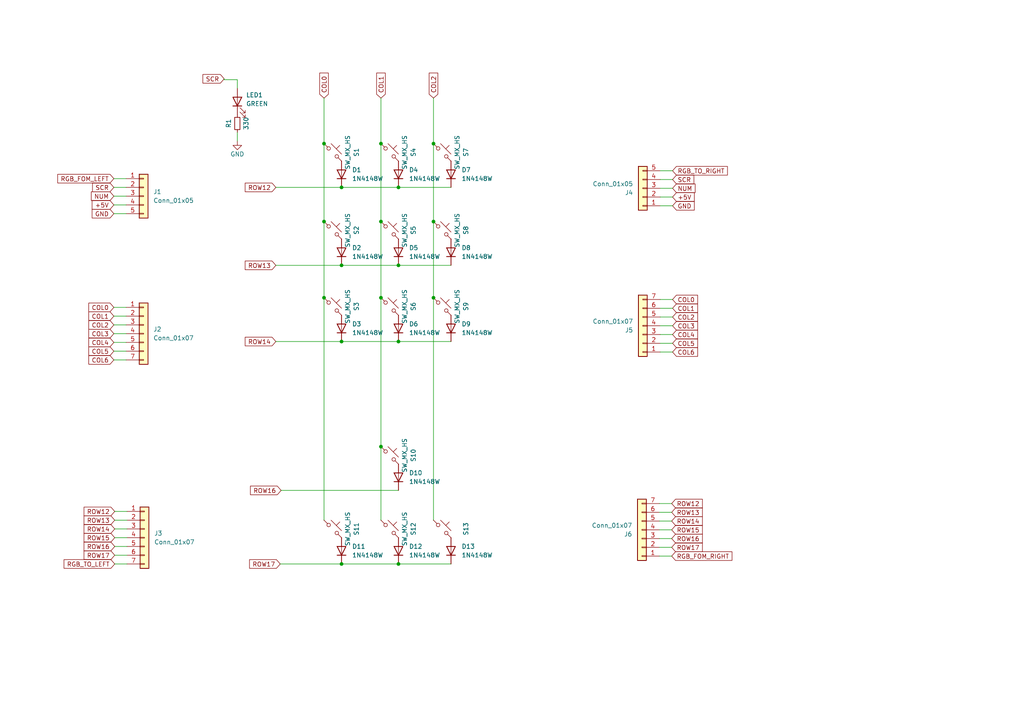
<source format=kicad_sch>
(kicad_sch (version 20250114) (generator "eeschema") (generator_version "9.0")
  (paper "A4")
  (lib_symbols
    (symbol "Connector_Generic:Conn_01x05" (pin_names (offset 1.016) (hide yes))
      (property "Reference" "J" (at 0 7.62 0))
      (property "Value" "Conn_01x05" (at 0 -7.62 0))
      (symbol "Conn_01x05_1_1"
        (rectangle (start -1.27 6.35) (end 1.27 -6.35) (stroke (width 0.254)) (fill (type background)))
        (rectangle (start -1.27 5.207) (end 0 4.953) (stroke (width 0.1524)))
        (rectangle (start -1.27 2.667) (end 0 2.413) (stroke (width 0.1524)))
        (rectangle (start -1.27 0.127) (end 0 -0.127) (stroke (width 0.1524)))
        (rectangle (start -1.27 -2.413) (end 0 -2.667) (stroke (width 0.1524)))
        (rectangle (start -1.27 -4.953) (end 0 -5.207) (stroke (width 0.1524)))
        (pin passive line (at -5.08 5.08 0) (length 3.81) (name "Pin_1") (number "1"))
        (pin passive line (at -5.08 2.54 0) (length 3.81) (name "Pin_2") (number "2"))
        (pin passive line (at -5.08 0 0) (length 3.81) (name "Pin_3") (number "3"))
        (pin passive line (at -5.08 -2.54 0) (length 3.81) (name "Pin_4") (number "4"))
        (pin passive line (at -5.08 -5.08 0) (length 3.81) (name "Pin_5") (number "5"))
      )
    )
    (symbol "Connector_Generic:Conn_01x07" (pin_names (offset 1.016) (hide yes))
      (property "Reference" "J" (at 0 10.16 0))
      (property "Value" "Conn_01x07" (at 0 -10.16 0))
      (symbol "Conn_01x07_1_1"
        (rectangle (start -1.27 8.89) (end 1.27 -8.89) (stroke (width 0.254)) (fill (type background)))
        (rectangle (start -1.27 7.747) (end 0 7.493) (stroke (width 0.1524)))
        (rectangle (start -1.27 5.207) (end 0 4.953) (stroke (width 0.1524)))
        (rectangle (start -1.27 2.667) (end 0 2.413) (stroke (width 0.1524)))
        (rectangle (start -1.27 0.127) (end 0 -0.127) (stroke (width 0.1524)))
        (rectangle (start -1.27 -2.413) (end 0 -2.667) (stroke (width 0.1524)))
        (rectangle (start -1.27 -4.953) (end 0 -5.207) (stroke (width 0.1524)))
        (rectangle (start -1.27 -7.493) (end 0 -7.747) (stroke (width 0.1524)))
        (pin passive line (at -5.08 7.62 0) (length 3.81) (name "Pin_1") (number "1"))
        (pin passive line (at -5.08 5.08 0) (length 3.81) (name "Pin_2") (number "2"))
        (pin passive line (at -5.08 2.54 0) (length 3.81) (name "Pin_3") (number "3"))
        (pin passive line (at -5.08 0 0) (length 3.81) (name "Pin_4") (number "4"))
        (pin passive line (at -5.08 -2.54 0) (length 3.81) (name "Pin_5") (number "5"))
        (pin passive line (at -5.08 -5.08 0) (length 3.81) (name "Pin_6") (number "6"))
        (pin passive line (at -5.08 -7.62 0) (length 3.81) (name "Pin_7") (number "7"))
      )
    )
    (symbol "Device:D" (pin_numbers (hide yes)) (pin_names (offset 1.016) (hide yes))
      (property "Reference" "D" (at 0 2.54 0))
      (property "Value" "1N4148W" (at 0 -2.54 0))
      (symbol "D_0_1"
        (polyline (pts (xy -1.27 1.27) (xy -1.27 -1.27)) (stroke (width 0.254)))
        (polyline (pts (xy 1.27 1.27) (xy 1.27 -1.27) (xy -1.27 0) (xy 1.27 1.27)) (stroke (width 0.254)))
        (polyline (pts (xy 1.27 0) (xy -1.27 0)))
      )
      (symbol "D_1_1"
        (pin passive line (at -3.81 0 0) (length 2.54) (name "K") (number "1"))
        (pin passive line (at 3.81 0 180) (length 2.54) (name "A") (number "2"))
      )
    )
    (symbol "Device:LED" (pin_numbers (hide yes)) (pin_names (offset 1.016) (hide yes))
      (property "Reference" "D" (at 0 2.54 0))
      (property "Value" "LED" (at 0 -2.54 0))
      (symbol "LED_0_1"
        (polyline (pts (xy -3.048 -0.762) (xy -4.572 -2.286) (xy -3.81 -2.286) (xy -4.572 -2.286) (xy -4.572 -1.524)))
        (polyline (pts (xy -1.778 -0.762) (xy -3.302 -2.286) (xy -2.54 -2.286) (xy -3.302 -2.286) (xy -3.302 -1.524)))
        (polyline (pts (xy -1.27 0) (xy 1.27 0)))
        (polyline (pts (xy -1.27 -1.27) (xy -1.27 1.27)) (stroke (width 0.254)))
        (polyline (pts (xy 1.27 -1.27) (xy 1.27 1.27) (xy -1.27 0) (xy 1.27 -1.27)) (stroke (width 0.254)))
      )
      (symbol "LED_1_1"
        (pin passive line (at -3.81 0 0) (length 2.54) (name "K") (number "1"))
        (pin passive line (at 3.81 0 180) (length 2.54) (name "A") (number "2"))
      )
    )
    (symbol "Device:R_Small" (pin_numbers (hide yes)) (pin_names (offset 0.254) (hide yes))
      (property "Reference" "R" (at 0.762 0.508 0))
      (property "Value" "R_Small" (at 0.762 -1.016 0))
      (symbol "R_Small_0_1"
        (rectangle (start -0.762 1.778) (end 0.762 -1.778) (stroke (width 0.2032)))
      )
      (symbol "R_Small_1_1"
        (pin passive line (at 0 2.54 270) (length 0.762) (name "~") (number "1"))
        (pin passive line (at 0 -2.54 90) (length 0.762) (name "~") (number "2"))
      )
    )
    (symbol "TB2086_KEYSWITCH:SW_MX_HS" (pin_numbers (hide yes)) (pin_names (offset 1.016) (hide yes))
      (property "Reference" "MX" (at 3.048 1.016 0))
      (property "Value" "SW_MX_HS" (at 0 -3.81 0))
      (symbol "SW_MX_HS_0_1"
        (polyline (pts (xy -2.54 2.54) (xy -1.524 1.524) (xy -1.524 1.524)))
        (circle (center -1.1684 1.1684) (radius 0.508))
        (polyline (pts (xy -0.508 2.54) (xy 2.54 -0.508)))
        (polyline (pts (xy 1.016 1.016) (xy 2.032 2.032)))
        (circle (center 1.143 -1.1938) (radius 0.508))
        (polyline (pts (xy 1.524 -1.524) (xy 2.54 -2.54) (xy 2.54 -2.54) (xy 2.54 -2.54)))
        (pin passive line (at -2.54 2.54 0) (length 0) (name "1") (number "1"))
        (pin passive line (at 2.54 -2.54 180) (length 0) (name "2") (number "2"))
      )
    )
    (symbol "power:GND" (power) (pin_names (offset 0))
      (property "Value" "GND" (at 0 -3.81 0))
      (symbol "GND_0_1"
        (polyline (pts (xy 0 0) (xy 0 -1.27) (xy 1.27 -1.27) (xy 0 -2.54) (xy -1.27 -1.27) (xy 0 -1.27)))
      )
      (symbol "GND_1_1"
        (pin power_in line (at 0 0 270) (length 0) (hide yes) (name "GND") (number "1"))
      )
    )
  )
  (junction (at 99.06 163.576))
  (junction (at 110.49 86.36))
  (junction (at 99.06 99.06))
  (junction (at 93.98 86.36))
  (junction (at 125.73 64.262))
  (junction (at 93.98 41.656))
  (junction (at 93.98 64.262))
  (junction (at 99.06 54.356))
  (junction (at 115.57 76.962))
  (junction (at 99.06 76.962))
  (junction (at 125.73 41.656))
  (junction (at 110.49 64.262))
  (junction (at 125.73 86.36))
  (junction (at 115.57 163.576))
  (junction (at 115.57 54.356))
  (junction (at 115.57 99.06))
  (junction (at 110.49 41.656))
  (junction (at 110.49 129.54))
  (wire (pts (xy 115.57 54.356) (xy 130.81 54.356)))
  (wire (pts (xy 115.57 76.962) (xy 130.81 76.962)))
  (wire (pts (xy 93.98 28.448) (xy 93.98 41.656)))
  (wire (pts (xy 81.28 163.576) (xy 99.06 163.576)))
  (wire (pts (xy 80.01 54.356) (xy 99.06 54.356)))
  (wire (pts (xy 33.274 161.036) (xy 36.83 161.036)))
  (wire (pts (xy 194.818 153.67) (xy 191.262 153.67)))
  (wire (pts (xy 65.024 23.114) (xy 68.834 23.114)))
  (wire (pts (xy 195.072 59.69) (xy 191.516 59.69)))
  (wire (pts (xy 195.072 102.108) (xy 191.516 102.108)))
  (wire (pts (xy 110.49 64.262) (xy 110.49 86.36)))
  (wire (pts (xy 33.274 158.496) (xy 36.83 158.496)))
  (wire (pts (xy 99.06 163.576) (xy 115.57 163.576)))
  (wire (pts (xy 194.818 158.75) (xy 191.262 158.75)))
  (wire (pts (xy 93.98 41.656) (xy 93.98 64.262)))
  (wire (pts (xy 125.73 41.656) (xy 125.73 64.262)))
  (wire (pts (xy 65.024 22.86) (xy 65.024 23.114)))
  (wire (pts (xy 195.072 49.53) (xy 191.516 49.53)))
  (wire (pts (xy 33.02 61.976) (xy 36.576 61.976)))
  (wire (pts (xy 99.06 99.06) (xy 115.57 99.06)))
  (wire (pts (xy 33.274 163.576) (xy 36.83 163.576)))
  (wire (pts (xy 125.73 64.262) (xy 125.73 86.36)))
  (wire (pts (xy 195.072 97.028) (xy 191.516 97.028)))
  (wire (pts (xy 115.57 99.06) (xy 130.81 99.06)))
  (wire (pts (xy 99.06 54.356) (xy 115.57 54.356)))
  (wire (pts (xy 195.072 86.868) (xy 191.516 86.868)))
  (wire (pts (xy 33.274 153.416) (xy 36.83 153.416)))
  (wire (pts (xy 195.072 91.948) (xy 191.516 91.948)))
  (wire (pts (xy 33.02 89.154) (xy 36.576 89.154)))
  (wire (pts (xy 80.01 76.962) (xy 99.06 76.962)))
  (wire (pts (xy 33.02 104.394) (xy 36.576 104.394)))
  (wire (pts (xy 110.49 28.448) (xy 110.49 41.656)))
  (wire (pts (xy 33.02 99.314) (xy 36.576 99.314)))
  (wire (pts (xy 33.02 96.774) (xy 36.576 96.774)))
  (wire (pts (xy 81.534 142.24) (xy 115.57 142.24)))
  (wire (pts (xy 194.818 156.21) (xy 191.262 156.21)))
  (wire (pts (xy 194.818 161.29) (xy 191.262 161.29)))
  (wire (pts (xy 194.818 151.13) (xy 191.262 151.13)))
  (wire (pts (xy 110.49 41.656) (xy 110.49 64.262)))
  (wire (pts (xy 195.072 57.15) (xy 191.516 57.15)))
  (wire (pts (xy 115.57 163.576) (xy 130.81 163.576)))
  (wire (pts (xy 93.98 64.262) (xy 93.98 86.36)))
  (wire (pts (xy 194.818 146.05) (xy 191.262 146.05)))
  (wire (pts (xy 93.98 86.36) (xy 93.98 150.876)))
  (wire (pts (xy 68.834 23.114) (xy 68.834 25.654)))
  (wire (pts (xy 33.02 51.816) (xy 36.576 51.816)))
  (wire (pts (xy 33.274 155.956) (xy 36.83 155.956)))
  (wire (pts (xy 195.072 99.568) (xy 191.516 99.568)))
  (wire (pts (xy 195.072 89.408) (xy 191.516 89.408)))
  (wire (pts (xy 33.02 101.854) (xy 36.576 101.854)))
  (wire (pts (xy 33.02 59.436) (xy 36.576 59.436)))
  (wire (pts (xy 125.73 86.36) (xy 125.73 150.876)))
  (wire (pts (xy 195.072 52.07) (xy 191.516 52.07)))
  (wire (pts (xy 33.02 94.234) (xy 36.576 94.234)))
  (wire (pts (xy 195.072 94.488) (xy 191.516 94.488)))
  (wire (pts (xy 99.06 76.962) (xy 115.57 76.962)))
  (wire (pts (xy 195.072 54.61) (xy 191.516 54.61)))
  (wire (pts (xy 110.49 86.36) (xy 110.49 129.54)))
  (wire (pts (xy 110.49 129.54) (xy 110.49 150.876)))
  (wire (pts (xy 125.73 28.448) (xy 125.73 41.656)))
  (wire (pts (xy 33.274 148.336) (xy 36.83 148.336)))
  (wire (pts (xy 33.02 54.356) (xy 36.576 54.356)))
  (wire (pts (xy 33.02 91.694) (xy 36.576 91.694)))
  (wire (pts (xy 80.01 99.06) (xy 99.06 99.06)))
  (wire (pts (xy 33.02 56.896) (xy 36.576 56.896)))
  (wire (pts (xy 68.834 40.894) (xy 68.834 38.354)))
  (wire (pts (xy 194.818 148.59) (xy 191.262 148.59)))
  (wire (pts (xy 33.274 150.876) (xy 36.83 150.876)))
  (global_label "NUM" (shape input) (at 195.072 54.61 0) (property "Intersheetrefs" "${INTERSHEET_REFS}" (effects (hide yes))))
  (global_label "COL3" (shape input) (at 195.072 94.488 0) (property "Intersheetrefs" "${INTERSHEET_REFS}" (effects (hide yes))))
  (global_label "ROW16" (shape input) (at 194.818 156.21 0) (property "Intersheetrefs" "${INTERSHEET_REFS}" (effects (hide yes))))
  (global_label "COL5" (shape input) (at 33.02 101.854 180) (property "Intersheetrefs" "${INTERSHEET_REFS}" (effects (hide yes))))
  (global_label "ROW12" (shape input) (at 194.818 146.05 0) (property "Intersheetrefs" "${INTERSHEET_REFS}" (effects (hide yes))))
  (global_label "RGB_FOM_RIGHT" (shape input) (at 194.818 161.29 0) (property "Intersheetrefs" "${INTERSHEET_REFS}" (effects (hide yes))))
  (global_label "SCR" (shape input) (at 65.024 22.86 180) (property "Intersheetrefs" "${INTERSHEET_REFS}" (effects (hide yes))))
  (global_label "ROW14" (shape input) (at 33.274 153.416 180) (property "Intersheetrefs" "${INTERSHEET_REFS}" (effects (hide yes))))
  (global_label "ROW13" (shape input) (at 80.01 76.962 180) (property "Intersheetrefs" "${INTERSHEET_REFS}" (effects (hide yes))))
  (global_label "COL1" (shape input) (at 110.49 28.448 90) (property "Intersheetrefs" "${INTERSHEET_REFS}" (effects (hide yes))))
  (global_label "ROW17" (shape input) (at 81.28 163.576 180) (property "Intersheetrefs" "${INTERSHEET_REFS}" (effects (hide yes))))
  (global_label "COL2" (shape input) (at 195.072 91.948 0) (property "Intersheetrefs" "${INTERSHEET_REFS}" (effects (hide yes))))
  (global_label "COL3" (shape input) (at 33.02 96.774 180) (property "Intersheetrefs" "${INTERSHEET_REFS}" (effects (hide yes))))
  (global_label "COL0" (shape input) (at 33.02 89.154 180) (property "Intersheetrefs" "${INTERSHEET_REFS}" (effects (hide yes))))
  (global_label "SCR" (shape input) (at 195.072 52.07 0) (property "Intersheetrefs" "${INTERSHEET_REFS}" (effects (hide yes))))
  (global_label "NUM" (shape input) (at 33.02 56.896 180) (property "Intersheetrefs" "${INTERSHEET_REFS}" (effects (hide yes))))
  (global_label "ROW13" (shape input) (at 33.274 150.876 180) (property "Intersheetrefs" "${INTERSHEET_REFS}" (effects (hide yes))))
  (global_label "COL0" (shape input) (at 195.072 86.868 0) (property "Intersheetrefs" "${INTERSHEET_REFS}" (effects (hide yes))))
  (global_label "ROW14" (shape input) (at 194.818 151.13 0) (property "Intersheetrefs" "${INTERSHEET_REFS}" (effects (hide yes))))
  (global_label "RGB_FOM_LEFT" (shape input) (at 33.02 51.816 180) (property "Intersheetrefs" "${INTERSHEET_REFS}" (effects (hide yes))))
  (global_label "+5V" (shape input) (at 33.02 59.436 180) (property "Intersheetrefs" "${INTERSHEET_REFS}" (effects (hide yes))))
  (global_label "GND" (shape input) (at 33.02 61.976 180) (property "Intersheetrefs" "${INTERSHEET_REFS}" (effects (hide yes))))
  (global_label "COL6" (shape input) (at 33.02 104.394 180) (property "Intersheetrefs" "${INTERSHEET_REFS}" (effects (hide yes))))
  (global_label "ROW16" (shape input) (at 33.274 158.496 180) (property "Intersheetrefs" "${INTERSHEET_REFS}" (effects (hide yes))))
  (global_label "COL2" (shape input) (at 33.02 94.234 180) (property "Intersheetrefs" "${INTERSHEET_REFS}" (effects (hide yes))))
  (global_label "ROW17" (shape input) (at 33.274 161.036 180) (property "Intersheetrefs" "${INTERSHEET_REFS}" (effects (hide yes))))
  (global_label "COL0" (shape input) (at 93.98 28.448 90) (property "Intersheetrefs" "${INTERSHEET_REFS}" (effects (hide yes))))
  (global_label "RGB_TO_RIGHT" (shape input) (at 195.072 49.53 0) (property "Intersheetrefs" "${INTERSHEET_REFS}" (effects (hide yes))))
  (global_label "COL1" (shape input) (at 195.072 89.408 0) (property "Intersheetrefs" "${INTERSHEET_REFS}" (effects (hide yes))))
  (global_label "ROW15" (shape input) (at 194.818 153.67 0) (property "Intersheetrefs" "${INTERSHEET_REFS}" (effects (hide yes))))
  (global_label "ROW17" (shape input) (at 194.818 158.75 0) (property "Intersheetrefs" "${INTERSHEET_REFS}" (effects (hide yes))))
  (global_label "COL1" (shape input) (at 33.02 91.694 180) (property "Intersheetrefs" "${INTERSHEET_REFS}" (effects (hide yes))))
  (global_label "ROW12" (shape input) (at 33.274 148.336 180) (property "Intersheetrefs" "${INTERSHEET_REFS}" (effects (hide yes))))
  (global_label "RGB_TO_LEFT" (shape input) (at 33.274 163.576 180) (property "Intersheetrefs" "${INTERSHEET_REFS}" (effects (hide yes))))
  (global_label "COL2" (shape input) (at 125.73 28.448 90) (property "Intersheetrefs" "${INTERSHEET_REFS}" (effects (hide yes))))
  (global_label "COL5" (shape input) (at 195.072 99.568 0) (property "Intersheetrefs" "${INTERSHEET_REFS}" (effects (hide yes))))
  (global_label "COL4" (shape input) (at 195.072 97.028 0) (property "Intersheetrefs" "${INTERSHEET_REFS}" (effects (hide yes))))
  (global_label "COL6" (shape input) (at 195.072 102.108 0) (property "Intersheetrefs" "${INTERSHEET_REFS}" (effects (hide yes))))
  (global_label "ROW14" (shape input) (at 80.01 99.06 180) (property "Intersheetrefs" "${INTERSHEET_REFS}" (effects (hide yes))))
  (global_label "SCR" (shape input) (at 33.02 54.356 180) (property "Intersheetrefs" "${INTERSHEET_REFS}" (effects (hide yes))))
  (global_label "ROW12" (shape input) (at 80.01 54.356 180) (property "Intersheetrefs" "${INTERSHEET_REFS}" (effects (hide yes))))
  (global_label "ROW15" (shape input) (at 33.274 155.956 180) (property "Intersheetrefs" "${INTERSHEET_REFS}" (effects (hide yes))))
  (global_label "ROW16" (shape input) (at 81.534 142.24 180) (property "Intersheetrefs" "${INTERSHEET_REFS}" (effects (hide yes))))
  (global_label "GND" (shape input) (at 195.072 59.69 0) (property "Intersheetrefs" "${INTERSHEET_REFS}" (effects (hide yes))))
  (global_label "+5V" (shape input) (at 195.072 57.15 0) (property "Intersheetrefs" "${INTERSHEET_REFS}" (effects (hide yes))))
  (global_label "COL4" (shape input) (at 33.02 99.314 180) (property "Intersheetrefs" "${INTERSHEET_REFS}" (effects (hide yes))))
  (global_label "ROW13" (shape input) (at 194.818 148.59 0) (property "Intersheetrefs" "${INTERSHEET_REFS}" (effects (hide yes))))
  (symbol (lib_id "TB2086_KEYSWITCH:SW_MX_HS") (at 128.27 44.196 270) (mirror x) (unit 1)
    (property "Reference" "S7" (at 135.128 44.196 0))
    (property "Value" "SW_MX_HS" (at 132.588 44.196 0))
    (property "Footprint" "TB2086_KEYSWITCH:SW_MX_HS_1u" (effects (hide yes)))
    (property "LCSC" "C9900021274" (effects (hide yes)))
  )
  (symbol (lib_id "Connector_Generic:Conn_01x05") (at 41.656 56.896 0) (unit 1)
    (property "Reference" "J1" (at 44.45 55.6259 0) (effects (justify left)))
    (property "Value" "Conn_01x05" (at 44.45 58.1659 0) (effects (justify left)))
    (property "Footprint" "TB2086_MISC:Pogopin_1x05_P2.54mm_Curved" (effects (hide yes)))
    (property "Description" "Generic connector, single row, 01x05, script generated (kicad-library-utils/schlib/autogen/connector/)" (effects (hide yes)))
  )
  (symbol (lib_id "TB2086_KEYSWITCH:SW_MX_HS") (at 96.52 44.196 270) (mirror x) (unit 1)
    (property "Reference" "S1" (at 103.378 44.196 0))
    (property "Value" "SW_MX_HS" (at 100.838 44.196 0))
    (property "Footprint" "TB2086_KEYSWITCH:SW_MX_HS_1u" (effects (hide yes)))
    (property "LCSC" "C9900021274" (effects (hide yes)))
  )
  (symbol (lib_id "TB2086_KEYSWITCH:SW_MX_HS") (at 128.27 88.9 270) (mirror x) (unit 1)
    (property "Reference" "S9" (at 135.128 88.9 0))
    (property "Value" "SW_MX_HS" (at 132.588 88.9 0))
    (property "Footprint" "TB2086_KEYSWITCH:SW_MX_HS_1u" (effects (hide yes)))
    (property "LCSC" "C9900021274" (effects (hide yes)))
  )
  (symbol (lib_id "TB2086_KEYSWITCH:SW_MX_HS") (at 113.03 153.416 270) (mirror x) (unit 1)
    (property "Reference" "S12" (at 119.888 153.416 0))
    (property "Value" "SW_MX_HS" (at 117.348 153.416 0))
    (property "Footprint" "TB2086_KEYSWITCH:SW_MX_HS_1u" (effects (hide yes)))
    (property "LCSC" "C9900021274" (effects (hide yes)))
  )
  (symbol (lib_id "Device:D") (at 130.81 95.25 90) (unit 1)
    (property "Reference" "D9" (at 133.858 93.9799 90) (effects (justify right)))
    (property "Value" "1N4148W" (at 133.858 96.5199 90) (effects (justify right)))
    (property "Footprint" "TB2086_SMD:D3_SMD" (effects (hide yes)))
    (property "LCSC" "C7420318" (effects (hide yes)))
  )
  (symbol (lib_id "TB2086_KEYSWITCH:SW_MX_HS") (at 128.27 153.416 270) (mirror x) (unit 1)
    (property "Reference" "S13" (at 135.128 153.416 0))
    (property "Value" "SW_MX_HS_1u" (effects (hide yes)))
    (property "Footprint" "TB2086_KEYSWITCH:SW_MX_HS_1u" (effects (hide yes)))
    (property "LCSC" "C9900021274" (effects (hide yes)))
  )
  (symbol (lib_id "Connector_Generic:Conn_01x07") (at 41.656 96.774 0) (unit 1)
    (property "Reference" "J2" (at 44.45 95.5039 0) (effects (justify left)))
    (property "Value" "Conn_01x07" (at 44.45 98.0439 0) (effects (justify left)))
    (property "Footprint" "TB2086_MISC:Pogopin_1x07_P2.54mm_Curved" (effects (hide yes)))
    (property "Description" "Generic connector, single row, 01x07, script generated (kicad-library-utils/schlib/autogen/connector/)" (effects (hide yes)))
  )
  (symbol (lib_id "TB2086_KEYSWITCH:SW_MX_HS") (at 113.03 88.9 270) (mirror x) (unit 1)
    (property "Reference" "S6" (at 119.888 88.9 0))
    (property "Value" "SW_MX_HS" (at 117.348 88.9 0))
    (property "Footprint" "TB2086_KEYSWITCH:SW_MX_HS_1u" (effects (hide yes)))
    (property "LCSC" "C9900021274" (effects (hide yes)))
  )
  (symbol (lib_id "Device:D") (at 130.81 159.766 90) (unit 1)
    (property "Reference" "D13" (at 133.858 158.4959 90) (effects (justify right)))
    (property "Value" "1N4148W" (at 133.858 161.0359 90) (effects (justify right)))
    (property "Footprint" "TB2086_SMD:D3_SMD" (effects (hide yes)))
    (property "LCSC" "C7420318" (effects (hide yes)))
  )
  (symbol (lib_id "Device:R_Small") (at 68.834 35.814 180) (unit 1)
    (property "Reference" "R1" (at 66.294 35.814 90))
    (property "Value" "330" (at 71.374 35.814 90))
    (property "Footprint" "Resistor_SMD:R_0603_1608Metric" (effects (hide yes)))
    (property "LCSC" "C23138" (effects (hide yes)))
  )
  (symbol (lib_id "Connector_Generic:Conn_01x07") (at 41.91 155.956 0) (unit 1)
    (property "Reference" "J3" (at 44.704 154.6859 0) (effects (justify left)))
    (property "Value" "Conn_01x07" (at 44.704 157.2259 0) (effects (justify left)))
    (property "Footprint" "TB2086_MISC:Pogopin_1x07_P2.54mm_Curved" (effects (hide yes)))
    (property "Description" "Generic connector, single row, 01x07, script generated (kicad-library-utils/schlib/autogen/connector/)" (effects (hide yes)))
  )
  (symbol (lib_id "Device:D") (at 130.81 50.546 90) (unit 1)
    (property "Reference" "D7" (at 133.858 49.2759 90) (effects (justify right)))
    (property "Value" "1N4148W" (at 133.858 51.8159 90) (effects (justify right)))
    (property "Footprint" "TB2086_SMD:D3_SMD" (effects (hide yes)))
    (property "LCSC" "C7420318" (effects (hide yes)))
  )
  (symbol (lib_id "TB2086_KEYSWITCH:SW_MX_HS") (at 96.52 153.416 270) (mirror x) (unit 1)
    (property "Reference" "S11" (at 103.378 153.416 0))
    (property "Value" "SW_MX_HS" (at 100.838 153.416 0))
    (property "Footprint" "TB2086_KEYSWITCH:SW_MX_HS_1u" (effects (hide yes)))
    (property "LCSC" "C9900021274" (effects (hide yes)))
  )
  (symbol (lib_id "Device:D") (at 99.06 95.25 90) (unit 1)
    (property "Reference" "D3" (at 102.108 93.9799 90) (effects (justify right)))
    (property "Value" "1N4148W" (at 102.108 96.5199 90) (effects (justify right)))
    (property "Footprint" "TB2086_SMD:D3_SMD" (effects (hide yes)))
    (property "LCSC" "C7420318" (effects (hide yes)))
  )
  (symbol (lib_id "Device:D") (at 115.57 73.152 90) (unit 1)
    (property "Reference" "D5" (at 118.618 71.8819 90) (effects (justify right)))
    (property "Value" "1N4148W" (at 118.618 74.4219 90) (effects (justify right)))
    (property "Footprint" "TB2086_SMD:D3_SMD" (effects (hide yes)))
    (property "LCSC" "C7420318" (effects (hide yes)))
  )
  (symbol (lib_id "TB2086_KEYSWITCH:SW_MX_HS") (at 113.03 44.196 270) (mirror x) (unit 1)
    (property "Reference" "S4" (at 119.888 44.196 0))
    (property "Value" "SW_MX_HS" (at 117.348 44.196 0))
    (property "Footprint" "TB2086_KEYSWITCH:SW_MX_HS_1u" (effects (hide yes)))
    (property "LCSC" "C9900021274" (effects (hide yes)))
  )
  (symbol (lib_id "Device:D") (at 99.06 50.546 90) (unit 1)
    (property "Reference" "D1" (at 102.108 49.2759 90) (effects (justify right)))
    (property "Value" "1N4148W" (at 102.108 51.8159 90) (effects (justify right)))
    (property "Footprint" "TB2086_SMD:D3_SMD" (effects (hide yes)))
    (property "LCSC" "C7420318" (effects (hide yes)))
  )
  (symbol (lib_id "Connector_Generic:Conn_01x07") (at 186.182 153.67 180) (unit 1)
    (property "Reference" "J6" (at 183.388 154.9401 0) (effects (justify left)))
    (property "Value" "Conn_01x07" (at 183.388 152.4001 0) (effects (justify left)))
    (property "Footprint" "TB2086_MISC:Pogopin_1x07_P2.54mm_Curved" (effects (hide yes)))
    (property "Description" "Generic connector, single row, 01x07, script generated (kicad-library-utils/schlib/autogen/connector/)" (effects (hide yes)))
  )
  (symbol (lib_id "TB2086_KEYSWITCH:SW_MX_HS") (at 128.27 66.802 270) (mirror x) (unit 1)
    (property "Reference" "S8" (at 135.128 66.802 0))
    (property "Value" "SW_MX_HS" (at 132.588 66.802 0))
    (property "Footprint" "TB2086_KEYSWITCH:SW_MX_HS_1u" (effects (hide yes)))
    (property "LCSC" "C9900021274" (effects (hide yes)))
  )
  (symbol (lib_id "Connector_Generic:Conn_01x07") (at 186.436 94.488 180) (unit 1)
    (property "Reference" "J5" (at 183.642 95.7581 0) (effects (justify left)))
    (property "Value" "Conn_01x07" (at 183.642 93.2181 0) (effects (justify left)))
    (property "Footprint" "TB2086_MISC:Pogopin_1x07_P2.54mm_Curved" (effects (hide yes)))
    (property "Description" "Generic connector, single row, 01x07, script generated (kicad-library-utils/schlib/autogen/connector/)" (effects (hide yes)))
  )
  (symbol (lib_id "Device:D") (at 130.81 73.152 90) (unit 1)
    (property "Reference" "D8" (at 133.858 71.8819 90) (effects (justify right)))
    (property "Value" "1N4148W" (at 133.858 74.4219 90) (effects (justify right)))
    (property "Footprint" "TB2086_SMD:D3_SMD" (effects (hide yes)))
    (property "LCSC" "C7420318" (effects (hide yes)))
  )
  (symbol (lib_id "TB2086_KEYSWITCH:SW_MX_HS") (at 96.52 66.802 270) (mirror x) (unit 1)
    (property "Reference" "S2" (at 103.378 66.802 0))
    (property "Value" "SW_MX_HS" (at 100.838 66.802 0))
    (property "Footprint" "TB2086_KEYSWITCH:SW_MX_HS_1u" (effects (hide yes)))
    (property "LCSC" "C9900021274" (effects (hide yes)))
  )
  (symbol (lib_id "TB2086_KEYSWITCH:SW_MX_HS") (at 113.03 132.08 270) (mirror x) (unit 1)
    (property "Reference" "S10" (at 119.888 132.08 0))
    (property "Value" "SW_MX_HS" (at 117.348 132.08 0))
    (property "Footprint" "TB2086_KEYSWITCH:SW_MX_HS_1u" (effects (hide yes)))
    (property "LCSC" "C9900021274" (effects (hide yes)))
  )
  (symbol (lib_id "Device:LED") (at 68.834 29.464 90) (unit 1)
    (property "Reference" "LED1" (at 71.374 27.559 90) (effects (justify right)))
    (property "Value" "GREEN" (at 71.374 30.099 90) (effects (justify right)))
    (property "Footprint" "LED_SMD:LED_0603_1608Metric_Pad1.05x0.95mm_HandSolder" (effects (hide yes)))
    (property "LCSC" "C84264" (effects (hide yes)))
  )
  (symbol (lib_id "Device:D") (at 99.06 159.766 90) (unit 1)
    (property "Reference" "D11" (at 102.108 158.4959 90) (effects (justify right)))
    (property "Value" "1N4148W" (at 102.108 161.0359 90) (effects (justify right)))
    (property "Footprint" "TB2086_SMD:D3_SMD" (effects (hide yes)))
    (property "LCSC" "C7420318" (effects (hide yes)))
  )
  (symbol (lib_id "TB2086_KEYSWITCH:SW_MX_HS") (at 96.52 88.9 270) (mirror x) (unit 1)
    (property "Reference" "S3" (at 103.378 88.9 0))
    (property "Value" "SW_MX_HS" (at 100.838 88.9 0))
    (property "Footprint" "TB2086_KEYSWITCH:SW_MX_HS_1u" (effects (hide yes)))
    (property "LCSC" "C9900021274" (effects (hide yes)))
  )
  (symbol (lib_id "Device:D") (at 115.57 95.25 90) (unit 1)
    (property "Reference" "D6" (at 118.618 93.9799 90) (effects (justify right)))
    (property "Value" "1N4148W" (at 118.618 96.5199 90) (effects (justify right)))
    (property "Footprint" "TB2086_SMD:D3_SMD" (effects (hide yes)))
    (property "LCSC" "C7420318" (effects (hide yes)))
  )
  (symbol (lib_id "Device:D") (at 115.57 159.766 90) (unit 1)
    (property "Reference" "D12" (at 118.618 158.4959 90) (effects (justify right)))
    (property "Value" "1N4148W" (at 118.618 161.0359 90) (effects (justify right)))
    (property "Footprint" "TB2086_SMD:D3_SMD" (effects (hide yes)))
    (property "LCSC" "C7420318" (effects (hide yes)))
  )
  (symbol (lib_id "Connector_Generic:Conn_01x05") (at 186.436 54.61 180) (unit 1)
    (property "Reference" "J4" (at 183.642 55.8801 0) (effects (justify left)))
    (property "Value" "Conn_01x05" (at 183.642 53.3401 0) (effects (justify left)))
    (property "Footprint" "TB2086_MISC:Pogopin_1x05_P2.54mm_Curved" (effects (hide yes)))
    (property "Description" "Generic connector, single row, 01x05, script generated (kicad-library-utils/schlib/autogen/connector/)" (effects (hide yes)))
  )
  (symbol (lib_id "Device:D") (at 99.06 73.152 90) (unit 1)
    (property "Reference" "D2" (at 102.108 71.8819 90) (effects (justify right)))
    (property "Value" "1N4148W" (at 102.108 74.4219 90) (effects (justify right)))
    (property "Footprint" "TB2086_SMD:D3_SMD" (effects (hide yes)))
    (property "LCSC" "C7420318" (effects (hide yes)))
  )
  (symbol (lib_id "TB2086_KEYSWITCH:SW_MX_HS") (at 113.03 66.802 270) (mirror x) (unit 1)
    (property "Reference" "S5" (at 119.888 66.802 0))
    (property "Value" "SW_MX_HS" (at 117.348 66.802 0))
    (property "Footprint" "TB2086_KEYSWITCH:SW_MX_HS_1u" (effects (hide yes)))
    (property "LCSC" "C9900021274" (effects (hide yes)))
  )
  (symbol (lib_id "power:GND") (at 68.834 40.894 0) (unit 1)
    (property "Reference" "#PWR029" (effects (hide yes)))
    (property "Value" "GND" (at 68.834 44.704 0))
  )
  (symbol (lib_id "Device:D") (at 115.57 138.43 90) (unit 1)
    (property "Reference" "D10" (at 118.618 137.1599 90) (effects (justify right)))
    (property "Value" "1N4148W" (at 118.618 139.6999 90) (effects (justify right)))
    (property "Footprint" "TB2086_SMD:D3_SMD" (effects (hide yes)))
    (property "LCSC" "C7420318" (effects (hide yes)))
  )
  (symbol (lib_id "Device:D") (at 115.57 50.546 90) (unit 1)
    (property "Reference" "D4" (at 118.618 49.2759 90) (effects (justify right)))
    (property "Value" "1N4148W" (at 118.618 51.8159 90) (effects (justify right)))
    (property "Footprint" "TB2086_SMD:D3_SMD" (effects (hide yes)))
    (property "LCSC" "C7420318" (effects (hide yes)))
  )
)
</source>
